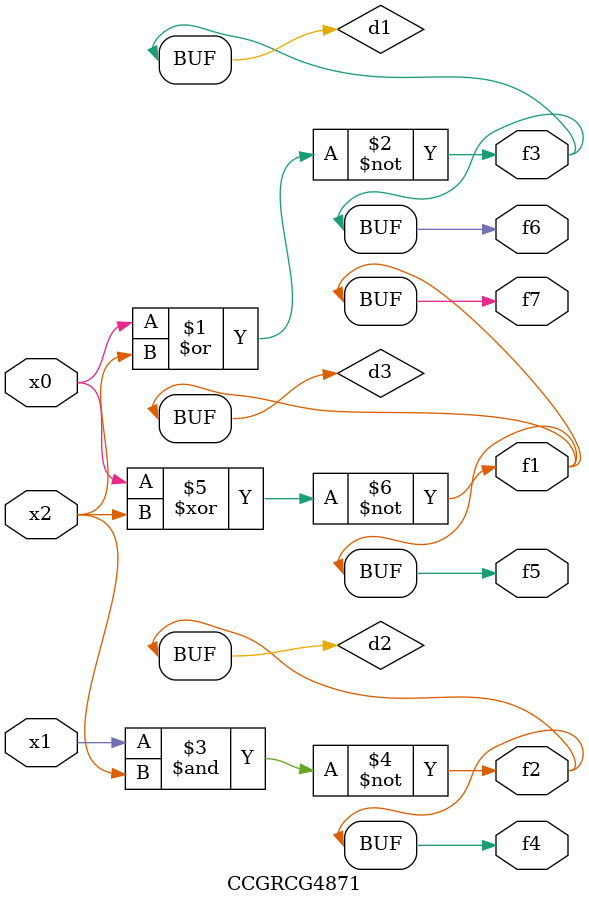
<source format=v>
module CCGRCG4871(
	input x0, x1, x2,
	output f1, f2, f3, f4, f5, f6, f7
);

	wire d1, d2, d3;

	nor (d1, x0, x2);
	nand (d2, x1, x2);
	xnor (d3, x0, x2);
	assign f1 = d3;
	assign f2 = d2;
	assign f3 = d1;
	assign f4 = d2;
	assign f5 = d3;
	assign f6 = d1;
	assign f7 = d3;
endmodule

</source>
